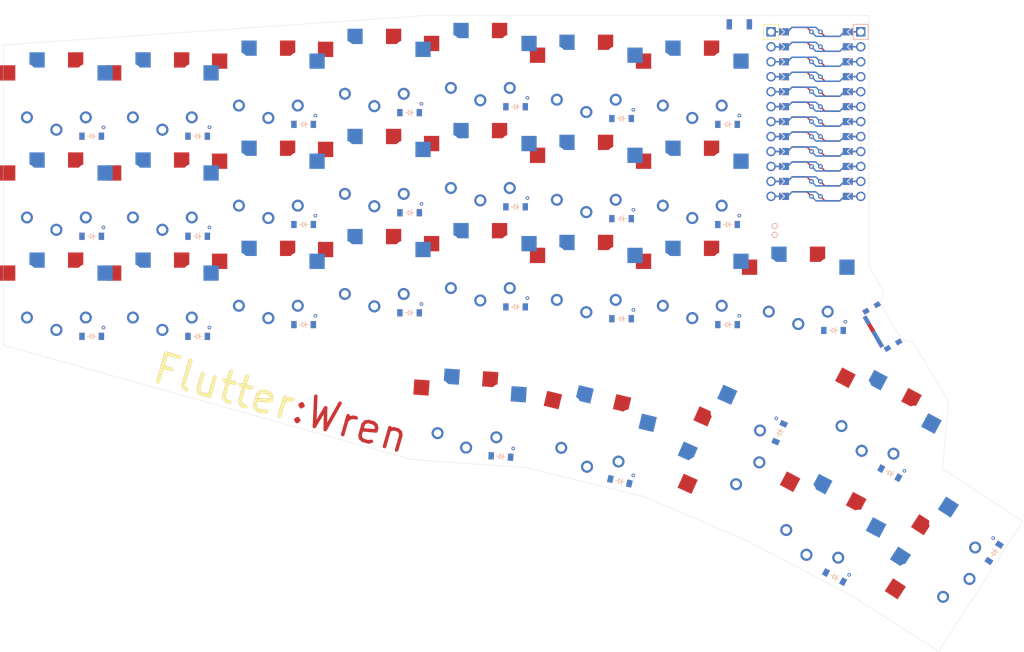
<source format=kicad_pcb>
(kicad_pcb (version 20211014) (generator pcbnew)
  (title_block (title "esper") (rev "v1.0.0") (company "Unknown"))
  (layers (0 "F.Cu" signal) (31 "B.Cu" signal) (34 "B.Paste" user) (35 "F.Paste" user) (36 "B.SilkS" user "B.Silkscreen") (37 "F.SilkS" user "F.Silkscreen") (38 "B.Mask" user) (39 "F.Mask" user) (44 "Edge.Cuts" user))
  (net 0 "")
  (net 1 "P1")
  (net 2 "D4")
  (net 3 "P4")
  (net 4 "P0")
  (net 5 "D3")
  (net 6 "P2")
  (net 7 "D2")
  (net 8 "D8")
  (net 9 "P5")
  (net 10 "D7")
  (net 11 "D6")
  (net 12 "D12")
  (net 13 "P6")
  (net 14 "D11")
  (net 15 "D10")
  (net 16 "D16")
  (net 17 "P7")
  (net 18 "D15")
  (net 19 "D14")
  (net 20 "D20")
  (net 21 "P8")
  (net 22 "D19")
  (net 23 "D18")
  (net 24 "D23")
  (net 25 "P9")
  (net 26 "D22")
  (net 27 "P3")
  (net 28 "D24")
  (net 29 "D26")
  (net 30 "P10")
  (net 31 "D25")
  (net 32 "D27")
  (net 33 "RAW")
  (net 34 "GND")
  (net 35 "RST")
  (net 36 "VCC")
  (net 37 "P21")
  (net 38 "P20")
  (net 39 "P19")
  (net 40 "P18")
  (net 41 "P15")
  (net 42 "P14")
  (net 43 "P16")
  (net 44 "pos")
  (footprint "lib:bat" (layer "F.Cu") (at 122 -11)
    (fp_text reference "")
    (fp_text value "")
  )
  (footprint "ComboDiode" (layer "F.Cu") (at 60 3 180)
    (fp_text reference "D10" hide)
    (fp_text value "" hide)
  )
  (footprint "PG1350" (layer "F.Cu") (at 54 -38)
    (fp_text reference "S24" hide)
    (fp_text value "" hide)
  )
  (footprint "PG1350" (layer "F.Cu") (at 126 -1 180)
    (fp_text reference "S51" hide)
    (fp_text value "" hide)
  )
  (footprint "PG1350" (layer "F.Cu") (at 18 -17 180)
    (fp_text reference "S9" hide)
    (fp_text value "" hide)
  )
  (footprint "VIA-0.6mm" (layer "F.Cu") (at 44 -30.5)
    (fp_text reference "REF**" hide)
    (fp_text value "VIA-0.6mm" hide)
  )
  (footprint "PG1350" (layer "F.Cu") (at 72 -22 180)
    (fp_text reference "S27" hide)
    (fp_text value "" hide)
  )
  (footprint "VIA-0.6mm" (layer "F.Cu") (at 122.278393 20.928688 66)
    (fp_text reference "REF**" hide)
    (fp_text value "VIA-0.6mm" hide)
  )
  (footprint "VIA-0.6mm" (layer "F.Cu") (at 134 4.5)
    (fp_text reference "REF**" hide)
    (fp_text value "VIA-0.6mm" hide)
  )
  (footprint "VIA-0.6mm" (layer "F.Cu") (at 44 3.5)
    (fp_text reference "REF**" hide)
    (fp_text value "VIA-0.6mm" hide)
  )
  (footprint "ComboDiode" (layer "F.Cu") (at 78 2 180)
    (fp_text reference "D13" hide)
    (fp_text value "" hide)
  )
  (footprint "VIA-0.6mm" (layer "F.Cu") (at 8 -28.5)
    (fp_text reference "REF**" hide)
    (fp_text value "VIA-0.6mm" hide)
  )
  (footprint "PG1350" (layer "F.Cu") (at 114 26 66)
    (fp_text reference "S44" hide)
    (fp_text value "" hide)
  )
  (footprint "PG1350" (layer "F.Cu") (at 36 -19 180)
    (fp_text reference "S15" hide)
    (fp_text value "" hide)
  )
  (footprint "ComboDiode" (layer "F.Cu") (at 159.272719 43.757996 -123)
    (fp_text reference "D25" hide)
    (fp_text value "" hide)
  )
  (footprint "ComboDiode" (layer "F.Cu") (at 132 6 180)
    (fp_text reference "D26" hide)
    (fp_text value "" hide)
  )
  (footprint "PG1350" (layer "F.Cu") (at 108 -36)
    (fp_text reference "S42" hide)
    (fp_text value "" hide)
  )
  (footprint "VIA-0.6mm" (layer "F.Cu") (at 80 0.5)
    (fp_text reference "REF**" hide)
    (fp_text value "VIA-0.6mm" hide)
  )
  (footprint "PG1350" (layer "F.Cu") (at 139.54531 21.226217 152)
    (fp_text reference "S47" hide)
    (fp_text value "" hide)
  )
  (footprint "VIA-0.6mm" (layer "F.Cu") (at 134.637366 47.497153 -28)
    (fp_text reference "REF**" hide)
    (fp_text value "VIA-0.6mm" hide)
  )
  (footprint "ComboDiode" (layer "F.Cu") (at 6 -10 180)
    (fp_text reference "D2" hide)
    (fp_text value "" hide)
  )
  (footprint "PG1350" (layer "F.Cu") (at 72 -5)
    (fp_text reference "S26" hide)
    (fp_text value "" hide)
  )
  (footprint "VIA-0.6mm" (layer "F.Cu") (at 77.596852 26.044654 -4)
    (fp_text reference "REF**" hide)
    (fp_text value "VIA-0.6mm" hide)
  )
  (footprint "VIA-0.6mm" (layer "F.Cu") (at 8 5.5)
    (fp_text reference "REF**" hide)
    (fp_text value "VIA-0.6mm" hide)
  )
  (footprint "PG1350" (layer "F.Cu") (at 18 0)
    (fp_text reference "S8" hide)
    (fp_text value "" hide)
  )
  (footprint "ComboDiode" (layer "F.Cu") (at 114 -29 180)
    (fp_text reference "D21" hide)
    (fp_text value "" hide)
  )
  (footprint "VIA-0.6mm" (layer "F.Cu") (at 98 -14.5)
    (fp_text reference "REF**" hide)
    (fp_text value "VIA-0.6mm" hide)
  )
  (footprint "ComboDiode" (layer "F.Cu") (at 78 -15 180)
    (fp_text reference "D14" hide)
    (fp_text value "" hide)
  )
  (footprint "PG1350" (layer "F.Cu") (at 36 -36)
    (fp_text reference "S18" hide)
    (fp_text value "" hide)
  )
  (footprint "PG1350" (layer "F.Cu") (at 108 -19 180)
    (fp_text reference "S39" hide)
    (fp_text value "" hide)
  )
  (footprint "VIA-0.6mm" (layer "F.Cu") (at 116 3.5)
    (fp_text reference "REF**" hide)
    (fp_text value "VIA-0.6mm" hide)
  )
  (footprint "PG1350" (layer "F.Cu") (at 0 -17 180)
    (fp_text reference "S3" hide)
    (fp_text value "" hide)
  )
  (footprint "VIA-0.6mm" (layer "F.Cu") (at 98 2.5)
    (fp_text reference "REF**" hide)
    (fp_text value "VIA-0.6mm" hide)
  )
  (footprint "VIA-0.6mm" (layer "F.Cu") (at 26 -11.5)
    (fp_text reference "REF**" hide)
    (fp_text value "VIA-0.6mm" hide)
  )
  (footprint "PG1350" (layer "F.Cu") (at 70 20 176)
    (fp_text reference "S53" hide)
    (fp_text value "" hide)
  )
  (footprint "PG1350" (layer "F.Cu") (at 54 -38 180)
    (fp_text reference "S23" hide)
    (fp_text value "" hide)
  )
  (footprint "ComboDiode" (layer "F.Cu") (at 6 -27 180)
    (fp_text reference "D3" hide)
    (fp_text value "" hide)
  )
  (footprint "ComboDiode" (layer "F.Cu") (at 132.167263 47.882632 152)
    (fp_text reference "D23" hide)
    (fp_text value "" hide)
  )
  (footprint "PG1350" (layer "F.Cu") (at 90 -37 180)
    (fp_text reference "S35" hide)
    (fp_text value "" hide)
  )
  (footprint "PG1350" (layer "F.Cu") (at 90 -20 180)
    (fp_text reference "S33" hide)
    (fp_text value "" hide)
  )
  (footprint "VIA-0.6mm" (layer "F.Cu") (at 144.026797 29.838202 -28)
    (fp_text reference "REF**" hide)
    (fp_text value "VIA-0.6mm" hide)
  )
  (footprint "VIA-0.6mm" (layer "F.Cu") (at 26 5.5)
    (fp_text reference "REF**" hide)
    (fp_text value "VIA-0.6mm" hide)
  )
  (footprint "PG1350" (layer "F.Cu") (at 139.54531 21.226217 -28)
    (fp_text reference "S48" hide)
    (fp_text value "" hide)
  )
  (footprint "ComboDiode" (layer "F.Cu") (at 42 -12 180)
    (fp_text reference "D8" hide)
    (fp_text value "" hide)
  )
  (footprint "PG1350" (layer "F.Cu") (at 54 -4 180)
    (fp_text reference "S19" hide)
    (fp_text value "" hide)
  )
  (footprint "ComboDiode" (layer "F.Cu") (at 42 -29 180)
    (fp_text reference "D9" hide)
    (fp_text value "" hide)
  )
  (footprint "ComboDiode" (layer "F.Cu") (at 141.556695 30.22368 152)
    (fp_text reference "D24" hide)
    (fp_text value "" hide)
  )
  (footprint "PG1350" (layer "F.Cu") (at 91.5 23.4 166.5)
    (fp_text reference "S55" hide)
    (fp_text value "" hide)
  )
  (footprint "PG1350" (layer "F.Cu") (at 130.155879 38.885169 152)
    (fp_text reference "S45" hide)
    (fp_text value "" hide)
  )
  (footprint "PG1350" (layer "F.Cu") (at 54 -4)
    (fp_text reference "S20" hide)
    (fp_text value "" hide)
  )
  (footprint "PG1350" (layer "F.Cu") (at 0 -17)
    (fp_text reference "S4" hide)
    (fp_text value "" hide)
  )
  (footprint "ComboDiode" (layer "F.Cu") (at 24 -10 180)
    (fp_text reference "D5" hide)
    (fp_text value "" hide)
  )
  (footprint "PG1350" (layer "F.Cu") (at 18 -34)
    (fp_text reference "S12" hide)
    (fp_text value "" hide)
  )
  (footprint "PG1350" (layer "F.Cu") (at 150.134191 44.977546 57)
    (fp_text reference "S50" hide)
    (fp_text value "" hide)
  )
  (footprint "Button_Switch_SMD:SW_SPST_B3U-1000P" (layer "F.Cu") (at 116 -46)
    (fp_text reference "")
    (fp_text value "")
  )
  (footprint "ComboDiode" (layer "F.Cu") (at 42 5 180)
    (fp_text reference "D7" hide)
    (fp_text value "" hide)
  )
  (footprint "VIA-0.6mm" (layer "F.Cu") (at 116 -30.5)
    (fp_text reference "REF**" hide)
    (fp_text value "VIA-0.6mm" hide)
  )
  (footprint "PG1350" (layer "F.Cu") (at 0 -34 180)
    (fp_text reference "S5" hide)
    (fp_text value "" hide)
  )
  (footprint "PG1350" (layer "F.Cu") (at 54 -21 180)
    (fp_text reference "S21" hide)
    (fp_text value "" hide)
  )
  (footprint "ComboDiode" (layer "F.Cu") (at 96 4 180)
    (fp_text reference "D16" hide)
    (fp_text value "" hide)
  )
  (footprint "PG1350" (layer "F.Cu") (at 36 -2 180)
    (fp_text reference "S13" hide)
    (fp_text value "" hide)
  )
  (footprint "PG1350" (layer "F.Cu") (at 36 -2)
    (fp_text reference "S14" hide)
    (fp_text value "" hide)
  )
  (footprint "PG1350" (layer "F.Cu") (at 18 -17)
    (fp_text reference "S10" hide)
    (fp_text value "" hide)
  )
  (footprint "VIA-0.6mm" (layer "F.Cu") (at 26 -28.5)
    (fp_text reference "REF**" hide)
    (fp_text value "VIA-0.6mm" hide)
  )
  (footprint "PG1350" (layer "F.Cu") (at 0 0)
    (fp_text reference "S2" hide)
    (fp_text value "" hide)
  )
  (footprint "VIA-0.6mm" (layer "F.Cu") (at 80 -16.5)
    (fp_text reference "REF**" hide)
    (fp_text value "VIA-0.6mm" hide)
  )
  (footprint "PG1350" (layer "F.Cu") (at 90 -20)
    (fp_text reference "S34" hide)
    (fp_text value "" hide)
  )
  (footprint "PG1350" (layer "F.Cu") (at 91.5 23.4 -13.5)
    (fp_text reference "S56" hide)
    (fp_text value "" hide)
  )
  (footprint "PG1350" (layer "F.Cu") (at 150.134191 44.977546 -123)
    (fp_text reference "S49" hide)
    (fp_text value "" hide)
  )
  (footprint "VIA-0.6mm" (layer "F.Cu") (at 62 -15.5)
    (fp_text reference "REF**" hide)
    (fp_text value "VIA-0.6mm" hide)
  )
  (footprint "PG1350" (layer "F.Cu") (at 108 -2)
    (fp_text reference "S38" hide)
    (fp_text value "" hide)
  )
  (footprint "ComboDiode" (layer "F.Cu") (at 24 -27 180)
    (fp_text reference "D6" hide)
    (fp_text value "" hide)
  )
  (footprint "PG1350" (layer "F.Cu") (at 72 -22)
    (fp_text reference "S28" hide)
    (fp_text value "" hide)
  )
  (footprint "PG1350" (layer "F.Cu") (at 18 0 180)
    (fp_text reference "S7" hide)
    (fp_text value "" hide)
  )
  (footprint "ComboDiode" (layer "F.Cu") (at 114 5 180)
    (fp_text reference "D19" hide)
    (fp_text value "" hide)
  )
  (footprint "ProMicro" (layer "F.Cu") (at 129 -30.75 -90)
    (fp_text reference "MCU1" hide)
    (fp_text value "")
  )
  (footprint "VIA-0.6mm" (layer "F.Cu") (at 159.103991 41.263696 57)
    (fp_text reference "REF**" hide)
    (fp_text value "VIA-0.6mm" hide)
  )
  (footprint "VIA-0.6mm" (layer "F.Cu") (at 98 -31.5)
    (fp_text reference "REF**" hide)
    (fp_text value "VIA-0.6mm" hide)
  )
  (footprint "PG1350" (layer "F.Cu") (at 18 -34 180)
    (fp_text reference "S11" hide)
    (fp_text value "" hide)
  )
  (footprint "VIA-0.6mm" (layer "F.Cu") (at 62 -32.5)
    (fp_text reference "REF**" hide)
    (fp_text value "VIA-0.6mm" hide)
  )
  (footprint "PG1350" (layer "F.Cu") (at 90 -37)
    (fp_text reference "S36" hide)
    (fp_text value "" hide)
  )
  (footprint "ComboDiode" (layer "F.Cu") (at 6 7 180)
    (fp_text reference "D1" hide)
    (fp_text value "" hide)
  )
  (footprint "ComboDiode" (layer "F.Cu") (at 96 -13 180)
    (fp_text reference "D17" hide)
    (fp_text value "" hide)
  )
  (footprint "ComboDiode" (layer "F.Cu") (at 78 -32 180)
    (fp_text reference "D15" hide)
    (fp_text value "" hide)
  )
  (footprint "PG1350" (layer "F.Cu") (at 70 20 -4)
    (fp_text reference "S54" hide)
    (fp_text value "" hide)
  )
  (footprint "VIA-0.6mm" (layer "F.Cu") (at 97.99501 30.615598 -13.5)
    (fp_text reference "REF**" hide)
    (fp_text value "VIA-0.6mm" hide)
  )
  (footprint "Button_Switch_SMD:SW_SPDT_PCM12" (layer "F.Cu") (at 140 5.5 120)
    (fp_text reference "")
    (fp_text value "")
  )
  (footprint "PG1350" (layer "F.Cu") (at 0 -34)
    (fp_text reference "S6" hide)
    (fp_text value "" hide)
  )
  (footprint "ComboDiode" (layer "F.Cu") (at 95.700102 31.607262 166.5)
    (fp_text reference "D28" hide)
    (fp_text value "" hide)
  )
  (footprint "ComboDiode" (layer "F.Cu") (at 24 7 180)
    (fp_text reference "D4" hide)
    (fp_text value "" hide)
  )
  (footprint "PG1350" (layer "F.Cu") (at 0 0 180)
    (fp_text reference "S1" hide)
    (fp_text value "" hide)
  )
  (footprint "VIA-0.6mm" (layer "F.Cu") (at 80 -33.5)
    (fp_text reference "REF**" hide)
    (fp_text value "VIA-0.6mm" hide)
  )
  (footprint "PG1350" (layer "F.Cu") (at 90 -3 180)
    (fp_text reference "S31" hide)
    (fp_text value "" hide)
  )
  (footprint "PG1350" (layer "F.Cu") (at 108 -2 180)
    (fp_text reference "S37" hide)
    (fp_text value "" hide)
  )
  (footprint "PG1350" (layer "F.Cu") (at 54 -21)
    (fp_text reference "S22" hide)
    (fp_text value "" hide)
  )
  (footprint "PG1350" (layer "F.Cu") (at 108 -19)
    (fp_text reference "S40" hide)
    (fp_text value "" hide)
  )
  (footprint "PG1350" (layer "F.Cu") (at 130.155879 38.885169 -28)
    (fp_text reference "S46" hide)
    (fp_text value "" hide)
  )
  (footprint "VIA-0.6mm" (layer "F.Cu") (at 116 -13.5)
    (fp_text reference "REF**" hide)
    (fp_text value "VIA-0.6mm" hide)
  )
  (footprint "ComboDiode" (layer "F.Cu") (at 122.835238 23.365884 -114)
    (fp_text reference "D22" hide)
    (fp_text value "" hide)
  )
  (footprint "PG1350" (layer "F.Cu") (at 108 -36 180)
    (fp_text reference "S41" hide)
    (fp_text value "" hide)
  )
  (footprint "PG1350" (layer "F.Cu") (at 114 26 -114)
    (fp_text reference "S43" hide)
    (fp_text value "" hide)
  )
  (footprint "ComboDiode" (layer "F.Cu") (at 75.497089 27.401487 176)
    (fp_text reference "D27" hide)
    (fp_text value "" hide)
  )
  (footprint "PG1350" (layer "F.Cu") (at 72 -39 180)
    (fp_text reference "S29" hide)
    (fp_text value "" hide)
  )
  (footprint "ComboDiode" (layer "F.Cu") (at 60 -31 180)
    (fp_text reference "D12" hide)
    (fp_text value "" hide)
  )
  (footprint "PG1350" (layer "F.Cu") (at 72 -5 180)
    (fp_text reference "S25" hide)
    (fp_text value "" hide)
  )
  (footprint "PG1350" (layer "F.Cu") (at 36 -36 180)
    (fp_text reference "S17" hide)
    (fp_text value "" hide)
  )
  (footprint "ComboDiode" (layer "F.Cu") (at 114 -12 180)
    (fp_text reference "D20" hide)
    (fp_text value "" hide)
  )
  (footprint "VIA-0.6mm" (layer "F.Cu") (at 62 1.5)
    (fp_text reference "REF**" hide)
    (fp_text value "VIA-0.6mm" hide)
  )
  (footprint "PG1350" (layer "F.Cu") (at 90 -3)
    (fp_text reference "S32" hide)
    (fp_text value "" hide)
  )
  (footprint "ComboDiode" (layer "F.Cu") (at 96 -30 180)
    (fp_text reference "D18" hide)
    (fp_text value "" hide)
  )
  (footprint "PG1350" (layer "F.Cu") (at 126 -1)
    (fp_text reference "S52" hide)
    (fp_text value "" hide)
  )
  (footprint "PG1350" (layer "F.Cu") (at 36 -19)
    (fp_text reference "S16" hide)
    (fp_text value "" hide)
  )
  (footprint "VIA-0.6mm" (layer "F.Cu") (at 44 -13.5)
    (fp_text reference "REF**" hide)
    (fp_text value "VIA-0.6mm" hide)
  )
  (footprint "ComboDiode" (layer "F.Cu") (at 60 -14 180)
    (fp_text reference "D11" hide)
    (fp_text value "" hide)
  )
  (footprint "VIA-0.6mm" (layer "F.Cu") (at 8 -11.5)
    (fp_text reference "REF**" hide)
    (fp_text value "VIA-0.6mm" hide)
  )
  (footprint "PG1350" (layer "F.Cu") (at 72 -39)
    (fp_text reference "S30" hide)
    (fp_text value "" hide)
  )
  (gr_line (start 145.5 8) (end 143.5 7.5) (layer "Edge.Cuts") (width 0.05))
  (gr_line (start 99.671312 34.159877) (end 79.653489 29.278454) (layer "Edge.Cuts") (width 0.05))
  (gr_line (start 143.5 7.5) (end 140 1.5) (layer "Edge.Cuts") (width 0.05))
  (gr_line (start 151.5 18) (end 150.5 29.5) (layer "Edge.Cuts") (width 0.05))
  (gr_line (start 149.842228 60.482316) (end 135.104854 51.065294) (layer "Edge.Cuts") (width 0.05))
  (gr_line (start 150.5 29.5) (end 164.167274 38.389556) (layer "Edge.Cuts") (width 0.05))
  (gr_line (start 140.5 -0.5) (end 138 -5) (layer "Edge.Cuts") (width 0.05))
  (gr_line (start 140 1.5) (end 140.5 -0.5) (layer "Edge.Cuts") (width 0.05))
  (gr_line (start 60.353914 27.921765) (end -9 8.5) (layer "Edge.Cuts") (width 0.05))
  (gr_line (start 151.5 18) (end 145.5 8) (layer "Edge.Cuts") (width 0.05))
  (gr_line (start 135.104854 51.065294) (end 117.34818 41.741378) (layer "Edge.Cuts") (width 0.05))
  (gr_line (start -9 8.5) (end -9 -42.5) (layer "Edge.Cuts") (width 0.05))
  (gr_line (start 79.653489 29.278454) (end 60.353914 27.921765) (layer "Edge.Cuts") (width 0.05))
  (gr_line (start 138 -47.5) (end 138 -5) (layer "Edge.Cuts") (width 0.05))
  (gr_line (start 117.34818 41.741378) (end 99.671312 34.159877) (layer "Edge.Cuts") (width 0.05))
  (gr_line (start 164.167274 38.389556) (end 149.842228 60.482316) (layer "Edge.Cuts") (width 0.05))
  (gr_line (start 63 -47.5) (end 138 -47.5) (layer "Edge.Cuts") (width 0.05))
  (gr_line (start -9 -42.5) (end 63 -47.5) (layer "Edge.Cuts") (width 0.05))
  (gr_text "Flutter:Wren\n" (at 38.163079 18.296087 -16) (layer "F.Cu") (effects (font (size 5 5) (thickness 0.6))))
  (gr_text "Flutter" (at 28.556862 15.546534 -16) (layer "F.SilkS") (effects (font (size 5 5) (thickness 0.6))))
)
</source>
